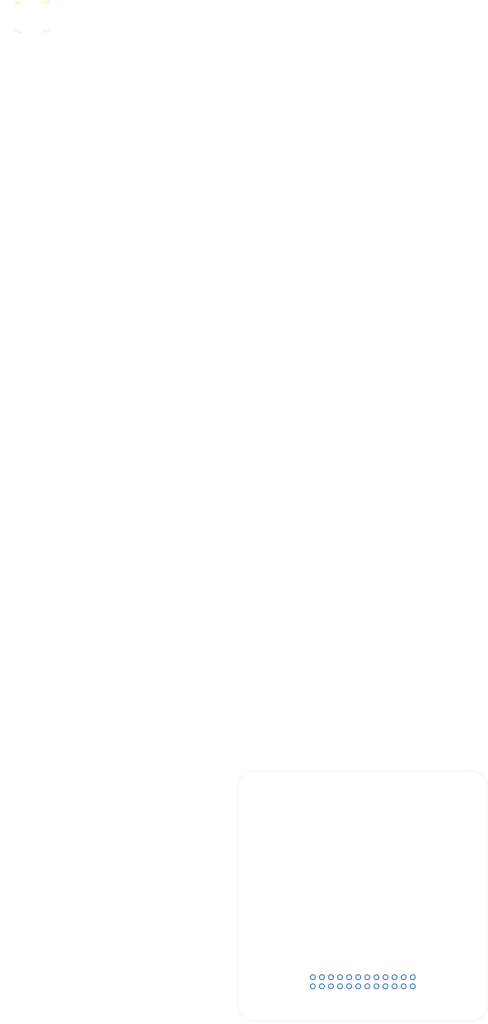
<source format=kicad_pcb>
(kicad_pcb (version 20171130) (host pcbnew "(5.1.9)-1")

  (general
    (thickness 1.6)
    (drawings 9)
    (tracks 0)
    (zones 0)
    (modules 5)
    (nets 24)
  )

  (page A4)
  (layers
    (0 F.Cu signal)
    (31 B.Cu signal)
    (32 B.Adhes user)
    (33 F.Adhes user)
    (34 B.Paste user)
    (35 F.Paste user)
    (36 B.SilkS user)
    (37 F.SilkS user)
    (38 B.Mask user)
    (39 F.Mask user)
    (40 Dwgs.User user)
    (41 Cmts.User user)
    (42 Eco1.User user)
    (43 Eco2.User user)
    (44 Edge.Cuts user)
    (45 Margin user)
    (46 B.CrtYd user)
    (47 F.CrtYd user)
    (48 B.Fab user)
    (49 F.Fab user)
  )

  (setup
    (last_trace_width 0.25)
    (trace_clearance 0.2)
    (zone_clearance 0.508)
    (zone_45_only no)
    (trace_min 0.2)
    (via_size 0.8)
    (via_drill 0.4)
    (via_min_size 0.4)
    (via_min_drill 0.3)
    (uvia_size 0.3)
    (uvia_drill 0.1)
    (uvias_allowed no)
    (uvia_min_size 0.2)
    (uvia_min_drill 0.1)
    (edge_width 0.05)
    (segment_width 0.2)
    (pcb_text_width 0.3)
    (pcb_text_size 1.5 1.5)
    (mod_edge_width 0.12)
    (mod_text_size 1 1)
    (mod_text_width 0.15)
    (pad_size 1.524 1.524)
    (pad_drill 0.762)
    (pad_to_mask_clearance 0.05)
    (aux_axis_origin 0 0)
    (visible_elements 7FFFFFFF)
    (pcbplotparams
      (layerselection 0x010fc_ffffffff)
      (usegerberextensions false)
      (usegerberattributes true)
      (usegerberadvancedattributes true)
      (creategerberjobfile true)
      (excludeedgelayer true)
      (linewidth 0.100000)
      (plotframeref false)
      (viasonmask false)
      (mode 1)
      (useauxorigin false)
      (hpglpennumber 1)
      (hpglpenspeed 20)
      (hpglpendiameter 15.000000)
      (psnegative false)
      (psa4output false)
      (plotreference true)
      (plotvalue true)
      (plotinvisibletext false)
      (padsonsilk false)
      (subtractmaskfromsilk false)
      (outputformat 1)
      (mirror false)
      (drillshape 1)
      (scaleselection 1)
      (outputdirectory ""))
  )

  (net 0 "")
  (net 1 GND)
  (net 2 3.3V)
  (net 3 4V)
  (net 4 "Net-(J1-Pad13)")
  (net 5 "Net-(J1-Pad14)")
  (net 6 "Net-(J1-Pad15)")
  (net 7 "Net-(J1-Pad11)")
  (net 8 "Net-(J1-Pad10)")
  (net 9 "Net-(J1-Pad16)")
  (net 10 "Net-(J1-Pad9)")
  (net 11 "Net-(J1-Pad17)")
  (net 12 "Net-(J1-Pad8)")
  (net 13 "Net-(J1-Pad18)")
  (net 14 "Net-(J1-Pad7)")
  (net 15 "Net-(J1-Pad19)")
  (net 16 "Net-(J1-Pad6)")
  (net 17 "Net-(J1-Pad20)")
  (net 18 "Net-(J1-Pad5)")
  (net 19 "Net-(J1-Pad21)")
  (net 20 "Net-(J1-Pad4)")
  (net 21 "Net-(J1-Pad22)")
  (net 22 "Net-(J1-Pad23)")
  (net 23 "Net-(J1-Pad24)")

  (net_class Default "This is the default net class."
    (clearance 0.2)
    (trace_width 0.25)
    (via_dia 0.8)
    (via_drill 0.4)
    (uvia_dia 0.3)
    (uvia_drill 0.1)
    (add_net 3.3V)
    (add_net 4V)
    (add_net GND)
    (add_net "Net-(J1-Pad10)")
    (add_net "Net-(J1-Pad11)")
    (add_net "Net-(J1-Pad13)")
    (add_net "Net-(J1-Pad14)")
    (add_net "Net-(J1-Pad15)")
    (add_net "Net-(J1-Pad16)")
    (add_net "Net-(J1-Pad17)")
    (add_net "Net-(J1-Pad18)")
    (add_net "Net-(J1-Pad19)")
    (add_net "Net-(J1-Pad20)")
    (add_net "Net-(J1-Pad21)")
    (add_net "Net-(J1-Pad22)")
    (add_net "Net-(J1-Pad23)")
    (add_net "Net-(J1-Pad24)")
    (add_net "Net-(J1-Pad4)")
    (add_net "Net-(J1-Pad5)")
    (add_net "Net-(J1-Pad6)")
    (add_net "Net-(J1-Pad7)")
    (add_net "Net-(J1-Pad8)")
    (add_net "Net-(J1-Pad9)")
  )

  (module LOCAL:SAMTEC-SSW-112-02-X-D-RA (layer F.Cu) (tedit 5FA9B238) (tstamp 5FA3C8CC)
    (at 115 116 180)
    (descr "translated Allegro footprint")
    (path /5F68F524/5FA354D6)
    (fp_text reference J1 (at 0 0 180) (layer F.SilkS)
      (effects (font (size 1.5 1.5) (thickness 0.015)))
    )
    (fp_text value 02x12 (at 0 7.4305 180) (layer F.Fab)
      (effects (font (size 0.5 0.5) (thickness 0.015)))
    )
    (fp_line (start 12.954 4.254) (end 12.7 4.254) (layer F.Fab) (width 0.1))
    (fp_line (start 12.954 3.746) (end 12.954 4.254) (layer F.Fab) (width 0.1))
    (fp_line (start 14.986 3.746) (end 12.954 3.746) (layer F.Fab) (width 0.1))
    (fp_line (start 14.986 4.254) (end 14.986 3.746) (layer F.Fab) (width 0.1))
    (fp_line (start 15.494 4.254) (end 14.986 4.254) (layer F.Fab) (width 0.1))
    (fp_line (start 15.494 -4.254) (end 15.494 4.254) (layer F.Fab) (width 0.1))
    (fp_line (start 12.7 -4.254) (end 15.494 -4.254) (layer F.Fab) (width 0.1))
    (fp_line (start 14.364 8.522) (end 14.364 3.746) (layer F.Fab) (width 0.1))
    (fp_line (start 13.576 8.522) (end 14.364 8.522) (layer F.Fab) (width 0.1))
    (fp_line (start 13.576 3.746) (end 13.576 8.522) (layer F.Fab) (width 0.1))
    (fp_line (start 12.7 -4.254) (end 10.16 -4.254) (layer F.Fab) (width 0.1))
    (fp_line (start 10.414 4.254) (end 10.16 4.254) (layer F.Fab) (width 0.1))
    (fp_line (start 10.414 3.746) (end 10.414 4.254) (layer F.Fab) (width 0.1))
    (fp_line (start 12.446 3.746) (end 10.414 3.746) (layer F.Fab) (width 0.1))
    (fp_line (start 12.446 4.254) (end 12.446 3.746) (layer F.Fab) (width 0.1))
    (fp_line (start 12.7 4.254) (end 12.446 4.254) (layer F.Fab) (width 0.1))
    (fp_line (start 11.824 8.522) (end 11.824 3.746) (layer F.Fab) (width 0.1))
    (fp_line (start 11.036 8.522) (end 11.824 8.522) (layer F.Fab) (width 0.1))
    (fp_line (start 11.036 3.746) (end 11.036 8.522) (layer F.Fab) (width 0.1))
    (fp_line (start 9.284 8.522) (end 9.284 3.746) (layer F.Fab) (width 0.1))
    (fp_line (start 8.496 8.522) (end 9.284 8.522) (layer F.Fab) (width 0.1))
    (fp_line (start 8.496 3.746) (end 8.496 8.522) (layer F.Fab) (width 0.1))
    (fp_line (start 10.16 -4.254) (end 7.62 -4.254) (layer F.Fab) (width 0.1))
    (fp_line (start 7.62 -4.254) (end 5.08 -4.254) (layer F.Fab) (width 0.1))
    (fp_line (start 7.874 4.254) (end 7.62 4.254) (layer F.Fab) (width 0.1))
    (fp_line (start 7.874 3.746) (end 7.874 4.254) (layer F.Fab) (width 0.1))
    (fp_line (start 9.906 3.746) (end 7.874 3.746) (layer F.Fab) (width 0.1))
    (fp_line (start 9.906 4.254) (end 9.906 3.746) (layer F.Fab) (width 0.1))
    (fp_line (start 10.16 4.254) (end 9.906 4.254) (layer F.Fab) (width 0.1))
    (fp_line (start 5.334 4.254) (end 5.08 4.254) (layer F.Fab) (width 0.1))
    (fp_line (start 5.334 3.746) (end 5.334 4.254) (layer F.Fab) (width 0.1))
    (fp_line (start 7.366 3.746) (end 5.334 3.746) (layer F.Fab) (width 0.1))
    (fp_line (start 7.366 4.254) (end 7.366 3.746) (layer F.Fab) (width 0.1))
    (fp_line (start 7.62 4.254) (end 7.366 4.254) (layer F.Fab) (width 0.1))
    (fp_line (start 6.744 8.522) (end 6.744 3.746) (layer F.Fab) (width 0.1))
    (fp_line (start 5.956 8.522) (end 6.744 8.522) (layer F.Fab) (width 0.1))
    (fp_line (start 5.956 3.746) (end 5.956 8.522) (layer F.Fab) (width 0.1))
    (fp_line (start 5.08 -4.254) (end 2.54 -4.254) (layer F.Fab) (width 0.1))
    (fp_line (start 2.794 4.254) (end 2.54 4.254) (layer F.Fab) (width 0.1))
    (fp_line (start 2.794 3.746) (end 2.794 4.254) (layer F.Fab) (width 0.1))
    (fp_line (start 4.826 3.746) (end 2.794 3.746) (layer F.Fab) (width 0.1))
    (fp_line (start 4.826 4.254) (end 4.826 3.746) (layer F.Fab) (width 0.1))
    (fp_line (start 5.08 4.254) (end 4.826 4.254) (layer F.Fab) (width 0.1))
    (fp_line (start 4.204 8.522) (end 4.204 3.746) (layer F.Fab) (width 0.1))
    (fp_line (start 3.416 8.522) (end 4.204 8.522) (layer F.Fab) (width 0.1))
    (fp_line (start 3.416 3.746) (end 3.416 8.522) (layer F.Fab) (width 0.1))
    (fp_line (start 1.664 8.522) (end 1.664 3.746) (layer F.Fab) (width 0.1))
    (fp_line (start 0.876 8.522) (end 1.664 8.522) (layer F.Fab) (width 0.1))
    (fp_line (start 0.876 3.746) (end 0.876 8.522) (layer F.Fab) (width 0.1))
    (fp_line (start 2.54 -4.254) (end 0 -4.254) (layer F.Fab) (width 0.1))
    (fp_line (start 0 -4.254) (end -2.54 -4.254) (layer F.Fab) (width 0.1))
    (fp_line (start 0.254 4.254) (end 0 4.254) (layer F.Fab) (width 0.1))
    (fp_line (start 0.254 3.746) (end 0.254 4.254) (layer F.Fab) (width 0.1))
    (fp_line (start 2.286 3.746) (end 0.254 3.746) (layer F.Fab) (width 0.1))
    (fp_line (start 2.286 4.254) (end 2.286 3.746) (layer F.Fab) (width 0.1))
    (fp_line (start 2.54 4.254) (end 2.286 4.254) (layer F.Fab) (width 0.1))
    (fp_line (start -2.286 4.254) (end -2.54 4.254) (layer F.Fab) (width 0.1))
    (fp_line (start -2.286 3.746) (end -2.286 4.254) (layer F.Fab) (width 0.1))
    (fp_line (start -0.254 3.746) (end -2.286 3.746) (layer F.Fab) (width 0.1))
    (fp_line (start -0.254 4.254) (end -0.254 3.746) (layer F.Fab) (width 0.1))
    (fp_line (start 0 4.254) (end -0.254 4.254) (layer F.Fab) (width 0.1))
    (fp_line (start -0.876 8.522) (end -0.876 3.746) (layer F.Fab) (width 0.1))
    (fp_line (start -1.664 8.522) (end -0.876 8.522) (layer F.Fab) (width 0.1))
    (fp_line (start -1.664 3.746) (end -1.664 8.522) (layer F.Fab) (width 0.1))
    (fp_line (start -2.54 -4.254) (end -5.08 -4.254) (layer F.Fab) (width 0.1))
    (fp_line (start -4.826 4.254) (end -5.08 4.254) (layer F.Fab) (width 0.1))
    (fp_line (start -4.826 3.746) (end -4.826 4.254) (layer F.Fab) (width 0.1))
    (fp_line (start -2.794 3.746) (end -4.826 3.746) (layer F.Fab) (width 0.1))
    (fp_line (start -2.794 4.254) (end -2.794 3.746) (layer F.Fab) (width 0.1))
    (fp_line (start -2.54 4.254) (end -2.794 4.254) (layer F.Fab) (width 0.1))
    (fp_line (start -3.416 8.522) (end -3.416 3.746) (layer F.Fab) (width 0.1))
    (fp_line (start -4.204 8.522) (end -3.416 8.522) (layer F.Fab) (width 0.1))
    (fp_line (start -4.204 3.746) (end -4.204 8.522) (layer F.Fab) (width 0.1))
    (fp_line (start -5.956 8.522) (end -5.956 3.746) (layer F.Fab) (width 0.1))
    (fp_line (start -6.744 8.522) (end -5.956 8.522) (layer F.Fab) (width 0.1))
    (fp_line (start -6.744 3.746) (end -6.744 8.522) (layer F.Fab) (width 0.1))
    (fp_line (start -5.08 -4.254) (end -7.62 -4.254) (layer F.Fab) (width 0.1))
    (fp_line (start -7.62 -4.254) (end -10.16 -4.254) (layer F.Fab) (width 0.1))
    (fp_line (start -7.366 4.254) (end -7.62 4.254) (layer F.Fab) (width 0.1))
    (fp_line (start -7.366 3.746) (end -7.366 4.254) (layer F.Fab) (width 0.1))
    (fp_line (start -5.334 3.746) (end -7.366 3.746) (layer F.Fab) (width 0.1))
    (fp_line (start -5.334 4.254) (end -5.334 3.746) (layer F.Fab) (width 0.1))
    (fp_line (start -5.08 4.254) (end -5.334 4.254) (layer F.Fab) (width 0.1))
    (fp_line (start -9.906 4.254) (end -10.16 4.254) (layer F.Fab) (width 0.1))
    (fp_line (start -9.906 3.746) (end -9.906 4.254) (layer F.Fab) (width 0.1))
    (fp_line (start -7.874 3.746) (end -9.906 3.746) (layer F.Fab) (width 0.1))
    (fp_line (start -7.874 4.254) (end -7.874 3.746) (layer F.Fab) (width 0.1))
    (fp_line (start -7.62 4.254) (end -7.874 4.254) (layer F.Fab) (width 0.1))
    (fp_line (start -8.496 8.522) (end -8.496 3.746) (layer F.Fab) (width 0.1))
    (fp_line (start -9.284 8.522) (end -8.496 8.522) (layer F.Fab) (width 0.1))
    (fp_line (start -9.284 3.746) (end -9.284 8.522) (layer F.Fab) (width 0.1))
    (fp_line (start -10.16 -4.254) (end -12.7 -4.254) (layer F.Fab) (width 0.1))
    (fp_line (start -12.446 4.254) (end -12.7 4.254) (layer F.Fab) (width 0.1))
    (fp_line (start -12.446 3.746) (end -12.446 4.254) (layer F.Fab) (width 0.1))
    (fp_line (start -10.414 3.746) (end -12.446 3.746) (layer F.Fab) (width 0.1))
    (fp_line (start -10.414 4.254) (end -10.414 3.746) (layer F.Fab) (width 0.1))
    (fp_line (start -10.16 4.254) (end -10.414 4.254) (layer F.Fab) (width 0.1))
    (fp_line (start -11.036 8.522) (end -11.036 3.746) (layer F.Fab) (width 0.1))
    (fp_line (start -11.824 8.522) (end -11.036 8.522) (layer F.Fab) (width 0.1))
    (fp_line (start -11.824 3.746) (end -11.824 8.522) (layer F.Fab) (width 0.1))
    (fp_line (start -13.576 8.522) (end -13.576 3.746) (layer F.Fab) (width 0.1))
    (fp_line (start -14.364 8.522) (end -13.576 8.522) (layer F.Fab) (width 0.1))
    (fp_line (start -14.364 3.746) (end -14.364 8.522) (layer F.Fab) (width 0.1))
    (fp_line (start -12.954 4.254) (end -12.7 4.254) (layer F.Fab) (width 0.1))
    (fp_line (start -12.954 3.746) (end -12.954 4.254) (layer F.Fab) (width 0.1))
    (fp_line (start -14.986 3.746) (end -12.954 3.746) (layer F.Fab) (width 0.1))
    (fp_line (start -14.986 4.254) (end -14.986 3.746) (layer F.Fab) (width 0.1))
    (fp_line (start -15.494 4.254) (end -14.986 4.254) (layer F.Fab) (width 0.1))
    (fp_line (start -15.494 -4.254) (end -15.494 4.254) (layer F.Fab) (width 0.1))
    (fp_line (start -12.7 -4.254) (end -15.494 -4.254) (layer F.Fab) (width 0.1))
    (fp_line (start 15.944 -4.705) (end -15.944 -4.705) (layer Dwgs.User) (width 0.1))
    (fp_line (start 15.944 9.59) (end 15.944 -4.705) (layer Dwgs.User) (width 0.1))
    (fp_line (start -15.944 9.59) (end 15.944 9.59) (layer Dwgs.User) (width 0.1))
    (fp_line (start -15.944 -4.705) (end -15.944 9.59) (layer Dwgs.User) (width 0.1))
    (fp_text user 30.988 (at -0.8 8.446 180) (layer Dwgs.User)
      (effects (font (size 0.2 0.2) (thickness 0.015)))
    )
    (pad 13 thru_hole circle (at 13.97 8.318 180) (size 1.64 1.64) (drill 1.04) (layers *.Cu *.Mask)
      (net 4 "Net-(J1-Pad13)"))
    (pad 12 thru_hole circle (at 13.97 5.778 180) (size 1.64 1.64) (drill 1.04) (layers *.Cu *.Mask)
      (net 1 GND))
    (pad 14 thru_hole circle (at 11.43 8.318 180) (size 1.64 1.64) (drill 1.04) (layers *.Cu *.Mask)
      (net 5 "Net-(J1-Pad14)"))
    (pad 11 thru_hole circle (at 11.43 5.778 180) (size 1.64 1.64) (drill 1.04) (layers *.Cu *.Mask)
      (net 7 "Net-(J1-Pad11)"))
    (pad 15 thru_hole circle (at 8.89 8.318 180) (size 1.64 1.64) (drill 1.04) (layers *.Cu *.Mask)
      (net 6 "Net-(J1-Pad15)"))
    (pad 10 thru_hole circle (at 8.89 5.778 180) (size 1.64 1.64) (drill 1.04) (layers *.Cu *.Mask)
      (net 8 "Net-(J1-Pad10)"))
    (pad 16 thru_hole circle (at 6.35 8.318 180) (size 1.64 1.64) (drill 1.04) (layers *.Cu *.Mask)
      (net 9 "Net-(J1-Pad16)"))
    (pad 9 thru_hole circle (at 6.35 5.778 180) (size 1.64 1.64) (drill 1.04) (layers *.Cu *.Mask)
      (net 10 "Net-(J1-Pad9)"))
    (pad 17 thru_hole circle (at 3.81 8.318 180) (size 1.64 1.64) (drill 1.04) (layers *.Cu *.Mask)
      (net 11 "Net-(J1-Pad17)"))
    (pad 8 thru_hole circle (at 3.81 5.778 180) (size 1.64 1.64) (drill 1.04) (layers *.Cu *.Mask)
      (net 12 "Net-(J1-Pad8)"))
    (pad 18 thru_hole circle (at 1.27 8.318 180) (size 1.64 1.64) (drill 1.04) (layers *.Cu *.Mask)
      (net 13 "Net-(J1-Pad18)"))
    (pad 7 thru_hole circle (at 1.27 5.778 180) (size 1.64 1.64) (drill 1.04) (layers *.Cu *.Mask)
      (net 14 "Net-(J1-Pad7)"))
    (pad 19 thru_hole circle (at -1.27 8.318 180) (size 1.64 1.64) (drill 1.04) (layers *.Cu *.Mask)
      (net 15 "Net-(J1-Pad19)"))
    (pad 6 thru_hole circle (at -1.27 5.778 180) (size 1.64 1.64) (drill 1.04) (layers *.Cu *.Mask)
      (net 16 "Net-(J1-Pad6)"))
    (pad 20 thru_hole circle (at -3.81 8.318 180) (size 1.64 1.64) (drill 1.04) (layers *.Cu *.Mask)
      (net 17 "Net-(J1-Pad20)"))
    (pad 5 thru_hole circle (at -3.81 5.778 180) (size 1.64 1.64) (drill 1.04) (layers *.Cu *.Mask)
      (net 18 "Net-(J1-Pad5)"))
    (pad 21 thru_hole circle (at -6.35 8.318 180) (size 1.64 1.64) (drill 1.04) (layers *.Cu *.Mask)
      (net 19 "Net-(J1-Pad21)"))
    (pad 4 thru_hole circle (at -6.35 5.778 180) (size 1.64 1.64) (drill 1.04) (layers *.Cu *.Mask)
      (net 20 "Net-(J1-Pad4)"))
    (pad 22 thru_hole circle (at -8.89 8.318 180) (size 1.64 1.64) (drill 1.04) (layers *.Cu *.Mask)
      (net 21 "Net-(J1-Pad22)"))
    (pad 3 thru_hole circle (at -8.89 5.778 180) (size 1.64 1.64) (drill 1.04) (layers *.Cu *.Mask)
      (net 2 3.3V))
    (pad 23 thru_hole circle (at -11.43 8.318 180) (size 1.64 1.64) (drill 1.04) (layers *.Cu *.Mask)
      (net 22 "Net-(J1-Pad23)"))
    (pad 2 thru_hole circle (at -11.43 5.778 180) (size 1.64 1.64) (drill 1.04) (layers *.Cu *.Mask)
      (net 3 4V))
    (pad 24 thru_hole circle (at -13.97 8.318 180) (size 1.64 1.64) (drill 1.04) (layers *.Cu *.Mask)
      (net 23 "Net-(J1-Pad24)"))
    (pad 1 thru_hole circle (at -13.97 5.778 180) (size 1.64 1.64) (drill 1.04) (layers *.Cu *.Mask)
      (net 1 GND))
  )

  (module MountingHole:MountingHole_3.2mm_M3 (layer F.Cu) (tedit 56D1B4CB) (tstamp 61547C0B)
    (at 18.715001 -160.354999)
    (descr "Mounting Hole 3.2mm, no annular, M3")
    (tags "mounting hole 3.2mm no annular m3")
    (path /5F68F524/5F9BE6DF)
    (attr virtual)
    (fp_text reference H1 (at 0 -4.2) (layer F.SilkS)
      (effects (font (size 1 1) (thickness 0.15)))
    )
    (fp_text value MountingHole (at 0 4.2) (layer F.Fab)
      (effects (font (size 1 1) (thickness 0.15)))
    )
    (fp_circle (center 0 0) (end 3.45 0) (layer F.CrtYd) (width 0.05))
    (fp_circle (center 0 0) (end 3.2 0) (layer Cmts.User) (width 0.15))
    (fp_text user %R (at 0.3 0) (layer F.Fab)
      (effects (font (size 1 1) (thickness 0.15)))
    )
    (pad 1 np_thru_hole circle (at 0 0) (size 3.2 3.2) (drill 3.2) (layers *.Cu *.Mask))
  )

  (module MountingHole:MountingHole_3.2mm_M3 (layer F.Cu) (tedit 56D1B4CB) (tstamp 61547C13)
    (at 18.715001 -152.404999)
    (descr "Mounting Hole 3.2mm, no annular, M3")
    (tags "mounting hole 3.2mm no annular m3")
    (path /5F68F524/5F9C2A4E)
    (attr virtual)
    (fp_text reference H2 (at 0 -4.2) (layer F.SilkS)
      (effects (font (size 1 1) (thickness 0.15)))
    )
    (fp_text value MountingHole (at 0 4.2) (layer F.Fab)
      (effects (font (size 1 1) (thickness 0.15)))
    )
    (fp_text user %R (at 0.3 0) (layer F.Fab)
      (effects (font (size 1 1) (thickness 0.15)))
    )
    (fp_circle (center 0 0) (end 3.2 0) (layer Cmts.User) (width 0.15))
    (fp_circle (center 0 0) (end 3.45 0) (layer F.CrtYd) (width 0.05))
    (pad 1 np_thru_hole circle (at 0 0) (size 3.2 3.2) (drill 3.2) (layers *.Cu *.Mask))
  )

  (module MountingHole:MountingHole_3.2mm_M3 (layer F.Cu) (tedit 56D1B4CB) (tstamp 61547C1B)
    (at 26.665001 -160.354999)
    (descr "Mounting Hole 3.2mm, no annular, M3")
    (tags "mounting hole 3.2mm no annular m3")
    (path /5F68F524/5F9C3083)
    (attr virtual)
    (fp_text reference H3 (at 0 -4.2) (layer F.SilkS)
      (effects (font (size 1 1) (thickness 0.15)))
    )
    (fp_text value MountingHole (at 0 4.2) (layer F.Fab)
      (effects (font (size 1 1) (thickness 0.15)))
    )
    (fp_circle (center 0 0) (end 3.45 0) (layer F.CrtYd) (width 0.05))
    (fp_circle (center 0 0) (end 3.2 0) (layer Cmts.User) (width 0.15))
    (fp_text user %R (at 0.3 0) (layer F.Fab)
      (effects (font (size 1 1) (thickness 0.15)))
    )
    (pad 1 np_thru_hole circle (at 0 0) (size 3.2 3.2) (drill 3.2) (layers *.Cu *.Mask))
  )

  (module MountingHole:MountingHole_3.2mm_M3 (layer F.Cu) (tedit 56D1B4CB) (tstamp 61547C23)
    (at 26.665001 -152.404999)
    (descr "Mounting Hole 3.2mm, no annular, M3")
    (tags "mounting hole 3.2mm no annular m3")
    (path /5F68F524/5F9C36A4)
    (attr virtual)
    (fp_text reference H4 (at 0 -4.2) (layer F.SilkS)
      (effects (font (size 1 1) (thickness 0.15)))
    )
    (fp_text value MountingHole (at 0 4.2) (layer F.Fab)
      (effects (font (size 1 1) (thickness 0.15)))
    )
    (fp_text user %R (at 0.3 0) (layer F.Fab)
      (effects (font (size 1 1) (thickness 0.15)))
    )
    (fp_circle (center 0 0) (end 3.2 0) (layer Cmts.User) (width 0.15))
    (fp_circle (center 0 0) (end 3.45 0) (layer F.CrtYd) (width 0.05))
    (pad 1 np_thru_hole circle (at 0 0) (size 3.2 3.2) (drill 3.2) (layers *.Cu *.Mask))
  )

  (gr_text "Physical connector" (at 115 116) (layer Dwgs.User)
    (effects (font (size 1 1) (thickness 0.15)))
  )
  (gr_arc (start 145 115) (end 145 120) (angle -90) (layer Edge.Cuts) (width 0.05))
  (gr_arc (start 85 115) (end 80 115) (angle -90) (layer Edge.Cuts) (width 0.05))
  (gr_arc (start 85 55) (end 85 50) (angle -90) (layer Edge.Cuts) (width 0.05))
  (gr_arc (start 145 55) (end 150 55) (angle -90) (layer Edge.Cuts) (width 0.05))
  (gr_line (start 80 115) (end 80 55) (layer Edge.Cuts) (width 0.05) (tstamp 5F6960A7))
  (gr_line (start 145 120) (end 85 120) (layer Edge.Cuts) (width 0.05))
  (gr_line (start 150 55) (end 150 115) (layer Edge.Cuts) (width 0.05))
  (gr_line (start 85 50) (end 145 50) (layer Edge.Cuts) (width 0.05))

)

</source>
